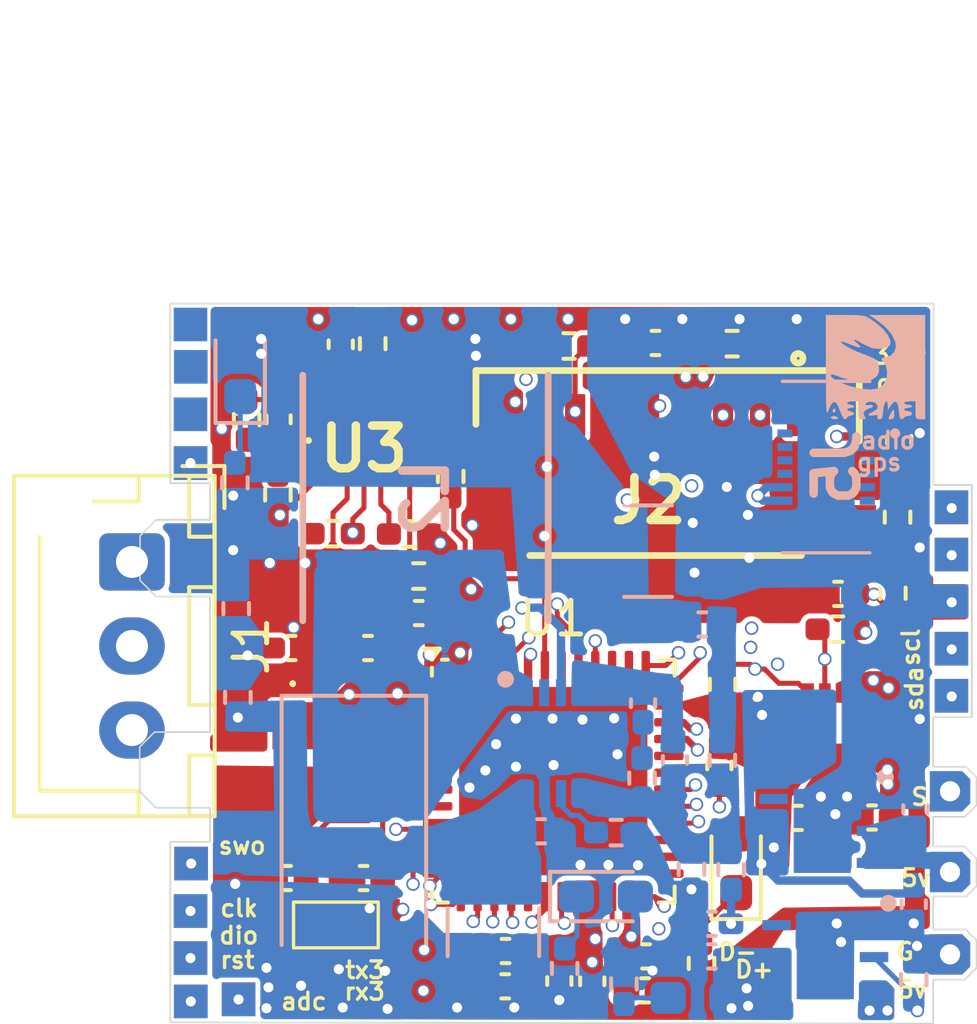
<source format=kicad_pcb>
(kicad_pcb (version 20240108) (generator "pcbnew") (generator_version "8.0")
  (layers (0 "F.Cu" signal) (1 "In1.Cu" signal) (2 "In2.Cu" signal) (3 "In3.Cu" signal) (4 "In4.Cu" signal) (31 "B.Cu" signal) (34 "B.Paste" user) (35 "F.Paste" user) (36 "B.SilkS" user "B.Silkscreen") (37 "F.SilkS" user "F.Silkscreen") (38 "B.Mask" user) (39 "F.Mask" user) (44 "Edge.Cuts" user))
  (net 0 "")
  (net 1 "GND")
  (net 2 "+3.3V")
  (net 3 "NRST")
  (net 4 "USART3_RX")
  (net 5 "Net-(U1-PF1)")
  (net 6 "Net-(U1-PF0)")
  (net 7 "SDDETECT")
  (net 8 "VIN")
  (net 9 "Net-(IC3-COMP)")
  (net 10 "Net-(C26-Pad2)")
  (net 11 "Net-(IC3-FB)")
  (net 12 "+5V")
  (net 13 "Net-(C28-Pad2)")
  (net 14 "ADC1_IN3_VBAT")
  (net 15 "ADC1_IN2_CURR")
  (net 16 "Net-(D2-K)")
  (net 17 "Net-(D3-K)")
  (net 18 "Net-(D3-A)")
  (net 19 "I2C3_SDA_ACCEL")
  (net 23 "I2C3_SCL_ACCEL")
  (net 26 "Net-(IC3-FSW)")
  (net 27 "3.3VEN")
  (net 28 "SPI1_CS_SD")
  (net 29 "SPI1_MISO_SD")
  (net 30 "Net-(J2-G3)")
  (net 33 "SPI1_SCK_SD")
  (net 34 "SPI1_MOSI_SD")
  (net 35 "USART1_RX_GPS")
  (net 36 "USART1_TX_GPS")
  (net 37 "ADC1_IN1")
  (net 38 "LPUART1_RX_RADIO")
  (net 39 "LPUART1_TX_RADIO")
  (net 40 "GPIO_EXTI1")
  (net 41 "SWO")
  (net 42 "SWDIO")
  (net 43 "I2C1_SCL")
  (net 44 "SWCLK{slash}I2C1_SDA")
  (net 45 "TIM3_CHI_PWM4")
  (net 46 "USART3_TX")
  (net 50 "D+")
  (net 57 "D-")
  (net 60 "PWEN")
  (net 62 "I2C1_SDA")
  (net 63 "Net-(D1-K)")
  (net 64 "Net-(D4-K)")
  (net 65 "Net-(D5-K)")
  (net 66 "ADC2_IN17")
  (net 67 "Net-(U3-VDD)")
  (net 68 "Net-(U3-VDDIO)")
  (net 69 "Net-(U3-CSB)")
  (net 70 "BAROEXTI")
  (net 71 "Net-(U3-INT)")
  (net 72 "Net-(U3-SDO)")
  (footprint "Resistor_SMD:R_0402_1005Metric_Pad0.72x0.64mm_HandSolder" (layer "F.Cu") (at 177.3 79.68 180)
    (property "Reference" "R26" (hide yes))
    (property "Value" "2.2k" (hide yes))
  )
  (footprint "" (layer "F.Cu") (at 174.5 93.53)
    (property "Reference" "")
    (property "Value" "")
  )
  (footprint "Resistor_SMD:R_0402_1005Metric_Pad0.72x0.64mm_HandSolder" (layer "F.Cu") (at 184.33 74.1)
    (property "Reference" "R8" (hide yes))
    (property "Value" "47k" (hide yes))
  )
  (footprint "Resistor_SMD:R_0402_1005Metric_Pad0.72x0.64mm_HandSolder" (layer "F.Cu") (at 178.49 74.03 -90)
    (property "Reference" "R14" (hide yes))
    (property "Value" "10R" (hide yes))
  )
  (footprint "KXT3:SW_KXT3" (layer "F.Cu") (at 175.495 92.045)
    (property "Reference" "SW1" (hide yes))
    (property "Value" "RSTBTN" (hide yes))
  )
  (footprint "Capacitor_SMD:C_0402_1005Metric_Pad0.74x0.62mm_HandSolder" (layer "F.Cu") (at 185.02 92.99 90)
    (property "Reference" "C7" (hide yes))
    (property "Value" "10n" (hide yes))
  )
  (footprint "crystalmulticomp:MCSJK7U1200101080B10" (layer "F.Cu") (at 176.96 86.49 -90)
    (property "Reference" "Y1" (hide yes))
    (property "Value" "Crystal_GND24_Small" (hide yes))
  )
  (footprint "Capacitor_SMD:C_0402_1005Metric_Pad0.74x0.62mm_HandSolder" (layer "F.Cu") (at 178.22 89.92)
    (property "Reference" "C2" (hide yes))
    (property "Value" "0.1u" (hide yes))
  )
  (footprint "connecteurcustom:edge pad" (layer "F.Cu") (at 195.05 87.89 -90)
    (property "Reference" "REF**2" (hide yes))
    (property "Value" "edge pad" (hide yes))
  )
  (footprint "Capacitor_SMD:C_0402_1005Metric_Pad0.74x0.62mm_HandSolder" (layer "F.Cu") (at 179.86 82.04)
    (property "Reference" "C6" (hide yes))
    (property "Value" "100n" (hide yes))
  )
  (footprint "Capacitor_SMD:C_0402_1005Metric_Pad0.74x0.62mm_HandSolder" (layer "F.Cu") (at 175.94 89.92 180)
    (property "Reference" "C12" (hide yes))
    (property "Value" "16p" (hide yes))
  )
  (footprint "Resistor_SMD:R_0402_1005Metric_Pad0.72x0.64mm_HandSolder" (layer "F.Cu") (at 179.57 79.69)
    (property "Reference" "R25" (hide yes))
    (property "Value" "10k" (hide yes))
  )
  (footprint "Resistor_SMD:R_0402_1005Metric_Pad0.72x0.64mm_HandSolder" (layer "F.Cu") (at 174.74 76.29 90)
    (property "Reference" "R13" (hide yes))
    (property "Value" "10R" (hide yes))
  )
  (footprint "Capacitor_SMD:C_0402_1005Metric_Pad0.74x0.62mm_HandSolder" (layer "F.Cu") (at 182.43 93.14)
    (property "Reference" "C10" (hide yes))
    (property "Value" "1u" (hide yes))
  )
  (footprint "" (layer "F.Cu") (at 195.7 80.3)
    (property "Reference" "7" (hide yes))
    (property "Value" "")
  )
  (footprint "Capacitor_SMD:C_0402_1005Metric_Pad0.74x0.62mm_HandSolder" (layer "F.Cu") (at 191.137 88.132)
    (property "Reference" "C1" (hide yes))
    (property "Value" "100n" (hide yes))
  )
  (footprint "" (layer "F.Cu") (at 195.7 78.9)
    (property "Reference" "8" (hide yes))
    (property "Value" "")
  )
  (footprint "" (layer "F.Cu") (at 195.7 84.5)
    (property "Reference" "4" (hide yes))
    (property "Value" "")
  )
  (footprint "Capacitor_SMD:C_0402_1005Metric_Pad0.74x0.62mm_HandSolder" (layer "F.Cu") (at 186.9 74.01 180)
    (property "Reference" "C16" (hide yes))
    (property "Value" "100n" (hide yes))
  )
  (footprint "Resistor_SMD:R_0402_1005Metric_Pad0.72x0.64mm_HandSolder" (layer "F.Cu") (at 179.86 80.94 180)
    (property "Reference" "R23" (hide yes))
    (property "Value" "10k" (hide yes))
  )
  (footprint "LED_SMD:LED_0603_1608Metric_Pad1.05x0.95mm_HandSolder" (layer "F.Cu") (at 189.3 89.48 90)
    (property "Reference" "D3" (hide yes))
    (property "Value" "LED" (hide yes))
  )
  (footprint "Capacitor_SMD:C_0402_1005Metric_Pad0.74x0.62mm_HandSolder" (layer "F.Cu") (at 184.04 92.98 90)
    (property "Reference" "C8" (hide yes))
    (property "Value" "1u" (hide yes))
  )
  (footprint "Resistor_SMD:R_0402_1005Metric_Pad0.72x0.64mm_HandSolder" (layer "F.Cu") (at 194.1 79.19 -90)
    (property "Reference" "R5" (hide yes))
    (property "Value" "10k" (hide yes))
  )
  (footprint "TestPoint:TestPoint_Pad_1.0x1.0mm" (layer "F.Cu") (at 180 93.27)
    (property "Reference" "REF**" (hide yes))
    (property "Value" "TestPoint_Pad_1.0x1.0mm" (hide yes))
  )
  (footprint "Resistor_SMD:R_0402_1005Metric_Pad0.72x0.64mm_HandSolder" (layer "F.Cu") (at 192.317 82.522 180)
    (property "Reference" "R9" (hide yes))
    (property "Value" "47k" (hide yes))
  )
  (footprint "" (layer "F.Cu") (at 173.07 77.58)
    (property "Reference" "3" (hide yes))
    (property "Value" "")
  )
  (footprint "Capacitor_SMD:C_0402_1005Metric_Pad0.74x0.62mm_HandSolder" (layer "F.Cu") (at 194.15 76.89 90)
    (property "Reference" "C15" (hide yes))
    (property "Value" "4.7u" (hide yes))
  )
  (footprint "connecteurcustom:edge pad" (layer "F.Cu") (at 195.09 90.29 -90)
    (property "Reference" "REF**1" (hide yes))
    (property "Value" "edge pad" (hide yes))
  )
  (footprint "Capacitor_SMD:C_0402_1005Metric_Pad0.74x0.62mm_HandSolder" (layer "F.Cu") (at 175.69 76.28 -90)
    (property "Reference" "C31" (hide yes))
    (property "Value" "100n" (hide yes))
  )
  (footprint "Capacitor_SMD:C_0402_1005Metric_Pad0.74x0.62mm_HandSolder" (layer "F.Cu") (at 177.54 74.05 90)
    (property "Reference" "C23" (hide yes))
    (property "Value" "100n" (hide yes))
  )
  (footprint "" (layer "F.Cu") (at 173.07 92.3)
    (property "Reference" "2" (hide yes))
    (property "Value" "")
  )
  (footprint "" (layer "F.Cu") (at 195.7 83.1)
    (property "Reference" "5" (hide yes))
    (property "Value" "")
  )
  (footprint "Connector_JST:JST_XH_B3B-XH-AM_1x03_P2.50mm_Vertical" (layer "F.Cu") (at 171.33 80.52 -90)
    (property "Reference" "J1")
    (property "Value" "battery connector" (hide yes))
  )
  (footprint "" (layer "F.Cu") (at 173.07 90.9)
    (property "Reference" "1" (hide yes))
    (property "Value" "")
  )
  (footprint "Capacitor_SMD:C_0402_1005Metric_Pad0.74x0.62mm_HandSolder" (layer "F.Cu") (at 186.59 93.26)
    (property "Reference" "C11" (hide yes))
    (property "Value" "4.7u" (hide yes))
  )
  (footprint "molexmicrosd:47309-2651" (layer "F.Cu") (at 187.26 74.83)
    (property "Reference" "J2")
    (property "Value" "47309-2651" (hide yes))
  )
  (footprint "bmp581:BMP581" (layer "F.Cu") (at 178.23 77.16)
    (property "Reference" "U3")
    (property "Value" "BMP581" (hide yes))
  )
  (footprint "" (layer "F.Cu") (at 195.7 81.7)
    (property "Reference" "6" (hide yes))
    (property "Value" "")
  )
  (footprint "Resistor_SMD:R_0402_1005Metric_Pad0.72x0.64mm_HandSolder" (layer "F.Cu") (at 175.67 78.53 -90)
    (property "Reference" "R27" (hide yes))
    (property "Value" "2.2k" (hide yes))
  )
  (footprint "Resistor_SMD:R_0402_1005Metric_Pad0.72x0.64mm_HandSolder" (layer "F.Cu") (at 180.81 77.98 -90)
    (property "Reference" "R24" (hide yes))
    (property "Value" "0R" (hide yes))
  )
  (footprint "connecteurcustom:edge pad" (layer "F.Cu") (at 195.05 92.74 -90)
    (property "Reference" "REF**" (hide yes))
    (property "Value" "edge pad" (hide yes))
  )
  (footprint "Resistor_SMD:R_0402_1005Metric_Pad0.72x0.64mm_HandSolder" (layer "F.Cu") (at 193.96 81.45 -90)
    (property "Reference" "R6" (hide yes))
    (property "Value" "10k" (hide yes))
  )
  (footprint "Capacitor_SMD:C_0402_1005Metric_Pad0.74x0.62mm_HandSolder" (layer "F.Cu") (at 188.8 86.57 90)
    (property "Reference" "C4" (hide yes))
    (property "Value" "100n" (hide yes))
  )
  (footprint "" (layer "F.Cu") (at 173.09 89.49)
    (property "Reference" "")
    (property "Value" "")
  )
  (footprint "Capacitor_SMD:C_0402_1005Metric_Pad0.74x0.62mm_HandSolder" (layer "F.Cu") (at 193.34 88.12 180)
    (property "Reference" "C17" (hide yes))
    (property "Value" "10u" (hide yes))
  )
  (footprint "Capacitor_SMD:C_0402_1005Metric_Pad0.74x0.62mm_HandSolder" (layer "F.Cu") (at 182.44 92.09)
    (property "Reference" "C9" (hide yes))
    (property "Value" "100n" (hide yes))
  )
  (footprint "Package_DFN_QFN:QFN-48-1EP_7x7mm_P0.5mm_EP5.6x5.6mm" (layer "F.Cu") (at 183.86 87.0375)
    (property "Reference" "U1")
    (property "Value" "STM32G431CBUx" (hide yes))
  )
  (footprint "Capacitor_SMD:C_0402_1005Metric_Pad0.74x0.62mm_HandSolder" (layer "F.Cu") (at 176.08 83.08 180)
    (property "Reference" "C30" (hide yes))
    (property "Value" "100n" (hide yes))
  )
  (footprint "Capacitor_SMD:C_0402_1005Metric_Pad0.74x0.62mm_HandSolder" (layer "F.Cu") (at 178.35 83.08 180)
    (property "Reference" "C13" (hide yes))
    (property "Value" "16p" (hide yes))
  )
  (footprint "" (layer "F.Cu") (at 173.08 93.59)
    (property "Reference" "3" (hide yes))
    (property "Value" "")
  )
  (footprint "Resistor_SMD:R_0402_1005Metric_Pad0.72x0.64mm_HandSolder" (layer "F.Cu") (at 188.27 92.4575 90)
    (property "Reference" "R20" (hide yes))
    (property "Value" "1.1k" (hide yes))
  )
  (footprint "Capacitor_SMD:C_0402_1005Metric_Pad0.74x0.62mm_HandSolder" (layer "F.Cu") (at 186.62 92.25 180)
    (property "Reference" "C5" (hide yes))
    (property "Value" "100n" (hide yes))
  )
  (footprint "Capacitor_SMD:C_0402_1005Metric_Pad0.74x0.62mm_HandSolder" (layer "F.Cu") (at 192.33 81.47 180)
    (property "Reference" "C14" (hide yes))
    (property "Value" "10n" (hide yes))
  )
  (footprint "Resistor_SMD:R_0402_1005Metric_Pad0.72x0.64mm_HandSolder" (layer "F.Cu") (at 188.897 84.162 -90)
    (property "Reference" "R10" (hide yes))
    (property "Value" "47k" (hide yes))
  )
  (footprint "" (layer "F.Cu") (at 180.02 92.06)
    (property "Reference" "")
    (property "Value" "")
  )
  (footprint "WSEN-ISDS:2536030320001" (layer "F.Cu") (at 191.937 85.33)
    (property "Reference" "IC1" (hide yes))
    (property "Value" "2536030320001" (hide yes))
  )
  (footprint "Resistor_SMD:R_0402_1005Metric_Pad0.72x0.64mm_HandSolder" (layer "F.Cu") (at 189.18 74.03)
    (property "Reference" "R7" (hide yes))
    (property "Value" "47k" (hide yes))
  )
  (footprint "Capacitor_SMD:C_0402_1005Metric_Pad0.74x0.62mm_HandSolder" (layer "B.Cu") (at 194.63 87.87 90)
    (property "Reference" "C19" (hide yes))
    (property "Value" "1u" (hide yes))
  )
  (footprint "Capacitor_SMD:C_0402_1005Metric_Pad0.74x0.62mm_HandSolder" (layer "B.Cu") (at 188.5775 92.25 180)
    (property "Reference" "C21" (hide yes))
    (property "Value" "1u" (hide yes))
  )
  (footprint "Resistor_SMD:R_0402_1005Metric_Pad0.72x0.64mm_HandSolder" (layer "B.Cu") (at 186.5 86.95 -90)
    (property "Reference" "R16" (hide yes))
    (property "Value" "3.3k" (hide yes))
  )
  (footprint "Capacitor_SMD:C_0402_1005Metric_Pad0.74x0.62mm_HandSolder" (layer "B.Cu") (at 187.48 86.41 -90)
    (property "Reference" "C27" (hide yes))
    (property "Value" "220p" (hide yes))
  )
  (footprint "" (layer "B.Cu") (at 173.07 90.9 180)
    (property "Reference" "")
    (property "Value" "")
  )
  (footprint "Resistor_SMD:R_0402_1005Metric_Pad0.72x0.64mm_HandSolder" (layer "B.Cu") (at 185.73 88.57)
    (property "Reference" "R15" (hide yes))
    (property "Value" "220k" (hide yes))
  )
  (footprint "inductancewurth:INDPM7373X340N" (layer "B.Cu") (at 180.06 78.62 90)
    (property "Reference" "L2")
    (property "Value" "22u" (hide yes))
  )
  (footprint "Capacitor_SMD:C_1210_3225Metric_Pad1.33x2.70mm_HandSolder" (layer "B.Cu") (at 186.68 80.2)
    (property "Reference" "C29" (hide yes))
    (property "Value" "22u" (hide yes))
  )
  (footprint "" (layer "B.Cu") (at 173.07 76.13 180)
    (property "Reference" "")
    (property "Value" "")
  )
  (footprint "Capacitor_SMD:C_0402_1005Metric_Pad0.74x0.62mm_HandSolder" (layer "B.Cu") (at 188.29 82.38)
    (property "Reference" "C28" (hide yes))
    (property "Value" "3.3n" (hide yes))
  )
  (footprint "" (layer "B.Cu") (at 173.07 77.58 180)
    (property "Reference" "")
    (property "Value" "")
  )
  (footprint "Resistor_SMD:R_0402_1005Metric_Pad0.72x0.64mm_HandSolder" (layer "B.Cu") (at 184.2 92.61 90)
    (property "Reference" "R11" (hide yes))
    (property "Value" "1k" (hide yes))
  )
  (footprint "" (layer "B.Cu") (at 173.08 74.72 180)
    (property "Reference" "")
    (property "Value" "")
  )
  (footprint "" (layer "B.Cu") (at 173.07 73.46 180)
    (property "Reference" "")
    (property "Value" "")
  )
  (footprint "5035481222:5035481222" (layer "B.Cu") (at 191.975 77.7 -90)
    (property "Reference" "J5")
    (property "Value" "503548-1222" (hide yes))
  )
  (footprint "" (layer "B.Cu") (at 195.7 83.1 180)
    (property "Reference" "")
    (property "Value" "")
  )
  (footprint "Capacitor_SMD:C_0402_1005Metric_Pad0.74x0.62mm_HandSolder" (layer "B.Cu") (at 183.5 88.53)
    (property "Reference" "C25" (hide yes))
    (property "Value" "470n" (hide yes))
  )
  (footprint "LDO40PURY:SON95P300X300X90-7N-D" (layer "B.Cu") (at 191.95 92.27 180)
    (property "Reference" "IC5" (hide yes))
    (property "Value" "LDO40LPU33RY" (hide yes))
  )
  (footprint "Resistor_SMD:R_0402_1005Metric_Pad0.72x0.64mm_HandSolder" (layer "B.Cu") (at 174.43 81.91 -90)
    (property "Reference" "R22" (hide yes))
    (property "Value" "10k" (hide yes))
  )
  (footprint "Resistor_SMD:R_0402_1005Metric_Pad0.72x0.64mm_HandSolder" (layer "B.Cu") (at 185.96 93.0675 -90)
    (property "Reference" "R4" (hide yes))
    (property "Value" "1k" (hide yes))
  )
  (footprint "LED_SMD:LED_0603_1608Metric_Pad1.05x0.95mm_HandSolder" (layer "B.Cu") (at 174.55 74.73 90)
    (property "Reference" "D1" (hide yes))
    (property "Value" "LED" (hide yes))
  )
  (footprint "logo:logo ensea" (layer "B.Cu") (at 193.42 74.68 180)
    (property "Reference" "G***" (hide yes))
    (property "Value" "LOGO" (hide yes))
  )
  (footprint "Capacitor_SMD:C_1210_3225Metric_Pad1.33x2.70mm_HandSolder" (layer "B.Cu") (at 182.08 91.53 -90)
    (property "Reference" "C24" (hide yes))
    (property "Value" "10u" (hide yes))
  )
  (footprint "Resistor_SMD:R_0402_1005Metric_Pad0.72x0.64mm_HandSolder" (layer "B.Cu") (at 174.39 78.17 90)
    (property "Reference" "R3" (hide yes))
    (property "Value" "200R" (hide yes))
  )
  (footprint "" (layer "B.Cu") (at 195.7 84.5 180)
    (property "Reference" "")
    (property "Value" "")
  )
  (footprint "" (layer "B.Cu") (at 174.5 93.52 180)
    (property "Reference" "")
    (property "Value" "")
  )
  (footprint "" (layer "B.Cu") (at 195.7 80.3 180)
    (property "Reference" "7" (hide yes))
    (property "Value" "")
  )
  (footprint "" (layer "B.Cu") (at 195.7 78.89 180)
    (property "Reference" "")
    (property "Value" "")
  )
  (footprint "" (layer "B.Cu") (at 195.7 81.69 180)
    (property "Reference" "")
    (property "Value" "")
  )
  (footprint "Capacitor_SMD:C_0402_1005Metric_Pad0.74x0.62mm_HandSolder" (layer "B.Cu") (at 194.58 90.7 -90)
    (property "Reference" "C20" (hide yes))
    (property "Value" "1u" (hide yes))
  )
  (footprint "Resistor_SMD:R_0402_1005Metric_Pad0.72x0.64mm_HandSolder" (layer "B.Cu") (at 187.97 89.66 -90)
    (property "Reference" "R19" (hide yes))
    (property "Value" "1.1k" (hide yes))
  )
  (footprint "Resistor_SMD:R_0402_1005Metric_Pad0.72x0.64mm_HandSolder" (layer "B.Cu") (at 174.48 84.55 -90)
    (property "Reference" "R21" (hide yes))
    (property "Value" "20k" (hide yes))
  )
  (footprint "LDO40PURY:SON95P300X300X90-7N-D" (layer "B.Cu") (at 191.86 88.52 180)
    (property "Reference" "IC2" (hide yes))
    (property "Value" "LDO40LPU33RY" (hide yes))
  )
  (footprint "Capacitor_SMD:C_0402_1005Metric_Pad0.74x0.62mm_HandSolder" (layer "B.Cu") (at 186.53 84.72 -90)
    (property "Reference" "C26" (hide yes))
    (property "Value" "22n" (hide yes))
  )
  (footprint "Capacitor_SMD:C_0402_1005Metric_Pad0.74x0.62mm_HandSolder" (layer "B.Cu") (at 188.58 91.28 180)
    (property "Reference" "C18" (hide yes))
    (property "Value" "1u" (hide yes))
  )
  (footprint "" (layer "B.Cu") (at 173.09 89.49 180)
    (property "Reference" "")
    (property "Value" "")
  )
  (footprint "LED_SMD:LED_0603_1608Metric_Pad1.05x0.95mm_HandSolder" (layer "B.Cu") (at 185.425 90.47)
    (property "Reference" "D5" (hide yes))
    (property "Value" "LED" (hide yes))
  )
  (footprint "Resistor_SMD:R_0402_1005Metric_Pad0.72x0.64mm_HandSolder" (layer "B.Cu") (at 188.89 86.42 -90)
    (property "Reference" "R17" (hide yes))
    (property "Value" "200R" (hide yes))
  )
  (footprint "Diode_SMD:D_SMB_Handsoldering" (layer "B.Cu") (at 177.93 89.21 -90)
    (property "Reference" "D2" (hide yes))
    (property "Value" "STPS3L40" (hide yes))
  )
  (footprint "Resistor_SMD:R_0402_1005Metric_Pad0.72x0.64mm_HandSolder" (layer "B.Cu") (at 194.58 92.94 90)
    (property "Reference" "R1" (hide yes))
    (property "Value" "100k" (hide yes))
  )
  (footprint "LED_SMD:LED_0603_1608Metric_Pad1.05x0.95mm_HandSolder" (layer "B.Cu") (at 188.15 93.48)
    (property "Reference" "D4" (hide yes))
    (property "Value" "LED" (hide yes))
  )
  (footprint "Resistor_SMD:R_0402_1005Metric_Pad0.72x0.64mm_HandSolder" (layer "B.Cu") (at 189.15 89.67 90)
    (property "Reference" "R18" (hide yes))
    (property "Value" "8.2k" (hide yes))
  )
  (footprint "" (layer "B.Cu") (at 173.07 92.3 180)
    (property "Reference" "")
    (property "Value" "")
  )
  (footprint "L7981:SON50P300X300X100-9N-D" (layer "B.Cu") (at 183.84 85.91 -90)
    (property "Reference" "IC3" (hide yes))
    (property "Value" "L7981TR" (hide yes))
  )
  (footprint "" (layer "B.Cu") (at 173.08 93.59 180)
    (property "Reference" "3" (hide yes))
    (property "Value" "")
  )
  (gr_poly (pts (xy 195.17 72.84) (xy 172.47 72.84) (xy 172.47 78.18) (xy 173.65 78.18) (xy 173.65 79.18) (xy 173.65 79.27) (xy 172.05 79.27) (xy 171.57 79.75) (xy 171.57 81.07) (xy 172.05 81.55) (xy 173.65 81.55) (xy 173.65 81.69) (xy 173.65 85.45) (xy 173.65 85.58) (xy 172 85.58) (xy 171.56 86.02) (xy 171.56 87.34) (xy 172.05 87.83) (xy 173.65 87.83) (xy 173.65 88.73) (xy 173.65 88.84) (xy 172.47 88.84) (xy 172.47 94.210193) (xy 195.16 94.25) (xy 195.16 92.94) (xy 196.1 92.94) (xy 196.45 92.59) (xy 196.45 91.77) (xy 196.13 91.45) (xy 195.16 91.45) (xy 195.16 90.47) (xy 195.28 90.47) (xy 196.14 90.47) (xy 196.45 90.16) (xy 196.45 89.34) (xy 196.09 88.98) (xy 195.16 88.98) (xy 195.16 88.1) (xy 196.1 88.1) (xy 196.45 87.75) (xy 196.45 86.93) (xy 196.13 86.61) (xy 195.28 86.61) (xy 195.16 86.61) (xy 195.16 85.14) (xy 196.31 85.14) (xy 196.31 78.35) (xy 196.31 78.23) (xy 195.17 78.23) (xy 195.17 73.03)) (stroke (width 0.05)) (fill none) (layer "Edge.Cuts"))
  (gr_text "radio" (at 192.65 77.2 0) (layer "B.SilkS") (effects (font (size 0.5 0.5) (thickness 0.1) (bold yes)) (justify left bottom)))
  (gr_text "gps" (at 192.83 77.85 0) (layer "B.SilkS") (effects (font (size 0.5 0.5) (thickness 0.1) (bold yes)) (justify left bottom)))
  (gr_text "gnd" (at 193.41 75.5 0) (layer "F.SilkS") (effects (font (size 0.5 0.5) (thickness 0.1)) (justify left bottom)))
  (gr_text "3.3v" (at 193.32 74.68 0) (layer "F.SilkS") (effects (font (size 0.5 0.5) (thickness 0.1)) (justify left bottom)))
  (gr_text "G" (at 194.01 92.4 0) (layer "F.SilkS") (effects (font (size 0.5 0.5) (thickness 0.1)) (justify left bottom)))
  (gr_text "tx3" (at 177.61 92.95 0) (layer "F.SilkS") (effects (font (size 0.5 0.5) (thickness 0.1)) (justify left bottom)))
  (gr_text "scl" (at 194.79 83.67 90) (layer "F.SilkS") (effects (font (size 0.5 0.5) (thickness 0.1)) (justify left bottom)))
  (gr_text "5v" (at 193.9 73.88 0) (layer "F.SilkS") (effects (font (size 0.5 0.5) (thickness 0.1)) (justify left bottom)))
  (gr_text "dio" (at 173.87 91.92 0) (layer "F.SilkS") (effects (font (size 0.5 0.5) (thickness 0.1)) (justify left bottom)))
  (gr_text "S" (at 194.45 87.8 0) (layer "F.SilkS") (effects (font (size 0.5 0.5) (thickness 0.1)) (justify left bottom)))
  (gr_text "clk" (at 173.9 91.11 0) (layer "F.SilkS") (effects (font (size 0.5 0.5) (thickness 0.1)) (justify left bottom)))
  (gr_text "rst" (at 173.9 92.65 0) (layer "F.SilkS") (effects (font (size 0.5 0.5) (thickness 0.1)) (justify left bottom)))
  (gr_text "5v" (at 194.04 93.53 0) (layer "F.SilkS") (effects (font (size 0.5 0.5) (thickness 0.1) (bold yes)) (justify left bottom)))
  (gr_text "sda" (at 194.89 85.01 90) (layer "F.SilkS") (effects (font (size 0.5 0.5) (thickness 0.1)) (justify left bottom)))
  (gr_text "D+" (at 189.21 92.93 -0) (layer "F.SilkS") (effects (font (size 0.5 0.5) (thickness 0.1)) (justify left bottom)))
  (gr_text "rx3" (at 177.59 93.59 0) (layer "F.SilkS") (effects (font (size 0.5 0.5) (thickness 0.1)) (justify left bottom)))
  (gr_text "adc" (at 175.71 93.88 0) (layer "F.SilkS") (effects (font (size 0.5 0.5) (thickness 0.1)) (justify left bottom)))
  (gr_text "swo" (at 173.85 89.25 0) (layer "F.SilkS") (effects (font (size 0.5 0.5) (thickness 0.1)) (justify left bottom)))
  (gr_text "D-" (at 188.72 92.41 -0) (layer "F.SilkS") (effects (font (size 0.5 0.5) (thickness 0.1)) (justify left bottom)))
  (gr_text "5v" (at 194.15 90.21 0) (layer "F.SilkS") (effects (font (size 0.5 0.5) (thickness 0.1)) (justify left bottom)))
  (segment (start 177.15 80.55) (end 177.31 80.39) (width 0.15) (layer "F.Cu") (net 1))
  (segment (start 177.31 80.39) (end 177.31 79.06) (width 0.15) (layer "F.Cu") (net 1))
  (segment (start 177.73 78.64) (end 177.73 77.935) (width 0.15) (layer "F.Cu") (net 1))
  (segment (start 188.8 87.1375) (end 188.8 87.8) (width 0.15) (layer "F.Cu") (net 1))
  (segment (start 179.13 75.45) (end 179.31 75.27) (width 0.15) (layer "F.Cu") (net 1))
  (segment (start 176.48 80.55) (end 177.15 80.55) (width 0.15) (layer "F.Cu") (net 1))
  (segment (start 178.23 76.385) (end 178.23 76.35) (width 0.15) (layer "F.Cu") (net 1))
  (segment (start 179.31 75.27) (end 179.31 74.76) (width 0.15) (layer "F.Cu") (net 1))
  (segment (start 179.31 74.76) (end 179.31 74.84) (width 0.15) (layer "F.Cu") (net 1))
  (segment (start 178.73 76.385) (end 178.73 75.85) (width 0.15) (layer "F.Cu") (net 1))
  (segment (start 178.73 75.85) (end 179.13 75.45) (width 0.15) (layer "F.Cu") (net 1))
  (segment (start 178.23 76.35) (end 179.13 75.45) (width 0.15) (layer "F.Cu") (net 1))
  (segment (start 177.31 79.06) (end 177.73 78.64) (width 0.15) (layer "F.Cu") (net 1))
  (via (at 176.36 93.12) (size 0.4) (drill 0.3) (layers "F.Cu" "B.Cu") (net 1))
  (via (at 175.43 80.55) (size 0.4) (drill 0.3) (layers "F.Cu" "B.Cu") (net 1))
  (via (at 184.73 85.21) (size 0.4) (drill 0.3) (layers "F.Cu" "B.Cu") (net 1))
  (via (at 176.14 82.47) (size 0.4) (drill 0.3) (layers "F.Cu" "B.Cu") (net 1))
  (via (at 194.76 76.69) (size 0.4) (drill 0.3) (layers "F.Cu" "B.Cu") (net 1))
  (via (at 195.71 81.72) (size 0.4) (drill 0.3) (layers "F.Cu" "B.Cu") (net 1))
  (via (at 192.25 88.02) (size 0.4) (drill 0.3) (layers "F.Cu" "B.Cu") (net 1))
  (via (at 182.16 85.94) (size 0.4) (drill 0.3) (layers "F.Cu" "B.Cu") (net 1))
  (via (at 188.06 80.84) (size 0.4) (drill 0.3) (layers "F.Cu" "B.Cu") (net 1))
  (via (at 191.1 73.3) (size 0.4) (drill 0.3) (layers "F.Cu" "B.Cu") (net 1))
  (via (at 174 76.56) (size 0.4) (drill 0.3) (layers "F.Cu" "B.Cu") (net 1))
  (via (at 186.86 77.39) (size 0.4) (drill 0.3) (layers "F.Cu" "B.Cu") (net 1))
  (via (at 182.6 73.3) (size 0.4) (drill 0.3) (layers "F.Cu" "B.Cu") (net 1))
  (via (at 189.65 79.12) (size 0.4) (drill 0.3) (layers "F.Cu" "B.Cu") (net 1))
  (via (at 175.39 93.17) (size 0.4) (drill 0.3) (layers "F.Cu" "B.Cu") (net 1))
  (via (at 194.68 91.94) (size 0.4) (drill 0.3) (layers "F.Cu" "B.Cu") (net 1))
  (via (at 180.9 73.3) (size 0.4) (drill 0.3) (layers "F.Cu" "B.Cu") (net 1))
  (via (at 185.5 89.53) (size 0.4) (drill 0.3) (layers "F.Cu" "B.Cu") (net 1))
  (via (at 178.4 90.82) (size 0.4) (drill 0.3) (layers "F.Cu" "B.Cu") (net 1))
  (via (at 186.88 77.93) (size 0.4) (drill 0.3) (layers "F.Cu" "B.Cu") (net 1))
  (via (at 186.81 92.67) (size 0.4) (drill 0.3) (layers "F.Cu" "B.Cu") (net 1))
  (via (at 182.75 85.18) (size 0.4) (drill 0.3) (layers "F.Cu" "B.Cu") (net 1))
  (via (at 194.76 85.19) (size 0.4) (drill 0.3) (layers "F.Cu" "B.Cu") (net 1))
  (via (at 186.38 89.54) (size 0.4) (drill 0.3) (layers "F.Cu" "B.Cu") (net 1))
  (via (at 183.87 86.56) (size 0.4) (drill 0.3) (layers "F.Cu" "B.Cu") (net 1))
  (via (at 185.77 86.24) (size 0.4) (drill 0.3) (layers "F.Cu" "B.Cu") (net 1))
  (via (at 176.48 80.55) (size 0.4) (drill 0.3) (layers "F.Cu" "B.Cu") (net 1))
  (via (at 175.33 93.79) (size 0.4) (drill 0.3) (layers "F.Cu" "B.Cu") (net 1))
  (via (at 182.73 75.76) (size 0.4) (drill 0.3) (layers "F.Cu" "B.Cu") (net 1))
  (via (at 179.23 84.43) (size 0.4) (drill 0.3) (layers "F.Cu" "B.Cu") (net 1))
  (via (at 191.82 87.5) (size 0.4) (drill 0.3) (layers "F.Cu" "B.Cu") (net 1))
  (via (at 192.29 91.27) (size 0.4) (drill 0.3) (layers "F.Cu" "B.Cu") (net 1))
  (via (at 176.87 73.3) (size 0.4) (drill 0.3) (layers "F.Cu" "B.Cu") (net 1))
  (via (at 188.8 87.8) (size 0.4) (drill 0.3) (layers "F.Cu" "B.Cu") (net 1))
  (via (at 174.34 78.55) (size 0.4) (drill 0.3) (layers "F.Cu" "B.Cu") (net 1))
  (via (at 183.84 85.18) (size 0.4) (drill 0.3) (layers "F.Cu" "B.Cu") (net 1))
  (via (at 175.33 92.59) (size 0.4) (drill 0.3) (layers "F.Cu" "B.Cu") (net 1))
  (via (at 183.67 77.69) (size 0.4) (drill 0.3) (layers "F.Cu" "B.Cu") (net 1))
  (via (at 187.97 90.2575) (size 0.4) (drill 0.3) (layers "F.Cu" "B.Cu") (net 1))
  (via (at 178.86 92.68) (size 0.4) (drill 0.3) (layers "F.Cu" "B.Cu") (net 1))
  (via (at 187.7 73.3) (size 0.4) (drill 0.3) (layers "F.Cu" "B.Cu") (net 1))
  (via (at 184.67 89.53) (size 0.4) (drill 0.3) (layers "F.Cu" "B.Cu") (net 1))
  (via (at 184.04 93.5475) (size 0.4) (drill 0.3) (layers "F.Cu" "B.Cu") (net 1))
  (via (at 182.7 93.77) (size 0.4) (drill 0.3) (layers "F.Cu" "B.Cu") (net 1))
  (via (at 194.58 91.2675) (size 0.4) (drill 0.3) (layers "F.Cu" "B.Cu") (net 1))
  (via (at 189.4 73.3) (size 0.4) (drill 0.3) (layers "F.Cu" "B.Cu") (net 1))
  (via (at 174.34 80.17) (size 0.4) (drill 0.3) (layers "F.Cu" "B.Cu") (net 1))
  (via (at 178.93 93.81) (size 0.4) (drill 0.3) (layers "F.Cu" "B.Cu") (net 1))
  (via (at 189.69 80.4) (size 0.4) (drill 0.3) (layers "F.Cu" "B.Cu") (net 1))
  (via (at 182.75 86.61) (size 0.4) (drill 0.3) (layers "F.Cu" "B.Cu") (net 1))
  (via (at 179.66 73.33) (size 0.4) (drill 0.3) (layers "F.Cu" "B.Cu") (net 1))
  (via (at 181.37 87.23) (size 0.4) (drill 0.3) (layers "F.Cu" "B.Cu") (net 1))
  (via (at 177.79 84.46) (size 0.4) (drill 0.3) (layers "F.Cu" "B.Cu") (net 1))
  (via (at 181.45 79.43) (size 0.4) (drill 0.3) (layers "F.Cu" "B.Cu") (net 1))
  (via (at 192.42 91.82) (size 0.4) (drill 0.3) (layers "F.Cu" "B.Cu") (net 1))
  (via (at 189.02 78.29) (size 0.4) (drill 0.3) (layers "F.Cu" "B.Cu") (net 1))
  (via (at 174.4 90.095) (size 0.4) (drill 0.3) (layers "F.Cu" "B.Cu") (net 1))
  (via (at 183.6 79.75) (size 0.4) (drill 0.3) (layers "F.Cu" "B.Cu") (net 1))
  (via (at 185.67 85.17) (size 0.4) (drill 0.3) (layers "F.Cu" "B.Cu") (net 1))
  (via (at 181.84 86.72) (size 0.4) (drill 0.3) (layers "F.Cu" "B.Cu") (net 1))
  (via (at 194.76 80.09) (size 0.4) (drill 0.3) (layers "F.Cu" "B.Cu") (net 1))
  (via (at 181 93.77) (size 0.4) (drill 0.3) (layers "F.Cu" "B.Cu") (net 1))
  (via (at 177.48 92.63) (size 0.4) (drill 0.3) (layers "F.Cu" "B.Cu") (net 1))
  (via (at 184.3 73.3) (size 0.4) (drill 0.3) (layers "F.Cu" "B.Cu") (net 1))
  (via (at 177.6 93.77) (size 0.4) (drill 0.3) (layers "F.Cu" "B.Cu") (net 1))
  (via (at 186 73.3) (size 0.4) (drill 0.3) (layers "F.Cu" "B.Cu") (net 1))
  (via (at 188.01 79.36) (size 0.4) (drill 0.3) (layers "F.Cu" "B.Cu") (net 1))
  (via (at 192.6 87.5) (size 0.4) (drill 0.3) (layers "F.Cu" "B.Cu") (net 1))
  (segment (start 193.4 91.32) (end 193.5575 91.32) (width 0.15) (layer "B.Cu") (net 1))
  (segment (start 190.774 85.08) (end 190.774 85.58) (width 0.25) (layer "F.Cu") (net 2))
  (segment (start 188.8 84.8565) (end 188.897 84.7595) (width 0.25) (layer "F.Cu") (net 2))
  (segment (start 194.1 77.5075) (end 194.15 77.4575) (width 0.25) (layer "F.Cu") (net 2))
  (segment (start 192.29 76.79) (end 193.4825 76.79) (width 0.25) (layer "F.Cu") (net 2))
  (segment (start 194.1 78.5925) (end 194.1 77.5075) (width 0.25) (layer "F.Cu") (net 2))
  (segment (start 183.05 74.7825) (end 183.7325 74.1) (width 0.25) (layer "F.Cu") (net 2))
  (segment (start 182.9975 92.1) (end 183.0075 92.09) (width 0.15) (layer "F.Cu") (net 2))
  (segment (start 193.4825 76.79) (end 194.15 77.4575) (width 0.25) (layer "F.Cu") (net 2))
  (segment (start 188.869 84.7875) (end 188.897 84.7595) (width 0.25) (layer "F.Cu") (net 2))
  (segment (start 183.05 75.09) (end 183.05 74.7825) (width 0.25) (layer "F.Cu") (net 2))
  (via (at 193.38 84.04) (size 0.4) (drill 0.3) (layers "F.Cu" "B.Cu") (net 2))
  (via (at 190.05 89.495521) (size 0.4) (drill 0.3) (layers "F.Cu" "B.Cu") (net 2))
  (via (at 180.5 79.96) (size 0.4) (drill 0.3) (layers "F.Cu" "B.Cu") (net 2))
  (via (at 193.8 86.7) (size 0.4) (drill 0.3) (layers "F.Cu" "B.Cu") (net 2))
  (via (at 189.95 84.53) (size 0.4) (drill 0.3) (layers "F.Cu" "B.Cu") (net 2))
  (via (at 187.8 75.02) (size 0.4) (drill 0.3) (layers "F.Cu" "B.Cu") (net 2))
  (via (at 190.420521 89.010521) (size 0.4) (drill 0.3) (layers "F.Cu" "B.Cu") (net 2))
  (via (at 190.07 85.07) (size 0.4) (drill 0.3) (layers "F.Cu" "B.Cu") (net 2))
  (via (at 193.83 84.27) (size 0.4) (drill 0.3) (layers "F.Cu" "B.Cu") (net 2))
  (via (at 195.71 80.32) (size 0.4) (drill 0.3) (layers "F.Cu" "B.Cu") (net 2))
  (via (at 186.18 91.66) (size 0.4) (drill 0.3) (layers "F.Cu" "B.Cu") (net 2))
  (via (at 188.32 75.01) (size 0.4) (drill 0.3) (layers "F.Cu" "B.Cu") (net 2))
  (via (at 185.11 91.73) (size 0.4) (drill 0.3) (layers "F.Cu" "B.Cu") (net 2))
  (via (at 181.09 83.22) (size 0.4) (drill 0.3) (layers "F.Cu" "B.Cu") (net 2))
  (via (at 192.29 76.79) (size 0.4) (drill 0.3) (layers "F.Cu" "B.Cu") (net 2))
  (via (at 181.42 81.33) (size 0.4) (drill 0.3) (layers "F.Cu" "B.Cu") (net 2))
  (via (at 183.05 75.09) (size 0.4) (drill 0.3) (layers "F.Cu" "B.Cu") (net 2))
  (via (at 193.816587 87.131306) (size 0.4) (drill 0.3) (layers "F.Cu" "B.Cu") (net 2))
  (via (at 187 91.43) (size 0.4) (drill 0.3) (layers "F.Cu" "B.Cu") (net 2))
  (via (at 193.15 82.61) (size 0.4) (drill 0.3) (layers "F.Cu" "B.Cu") (net 2))
  (via (at 185.02 92.4225) (size 0.4) (drill 0.3) (layers "F.Cu" "B.Cu") (net 2))
  (via (at 180.175 83.285684) (size 0.4) (drill 0.3) (layers "F.Cu" "B.Cu") (net 2))
  (segment (start 193.043959 90.38) (end 194.3325 90.38) (width 0.25) (layer "B.Cu") (net 2))
  (segment (start 192.658959 89.995) (end 193.043959 90.38) (width 0.25) (layer "B.Cu") (net 2))
  (segment (start 186.3 91.54) (end 186.18 91.66) (width 0.25) (layer "B.Cu") (net 2))
  (segment (start 190.05 89.495521) (end 190.549479 89.995) (width 0.25) (layer "B.Cu") (net 2))
  (segment (start 186.3 90.47) (end 186.3 91.54) (width 0.25) (layer "B.Cu") (net 2))
  (segment (start 194.3325 90.38) (end 194.58 90.1325) (width 0.25) (layer "B.Cu") (net 2))
  (segment (start 190.549479 89.995) (end 192.658959 89.995) (width 0.25) (layer "B.Cu") (net 2))
  (segment (start 179.38 90.935) (end 179.02 91.295) (width 0.15) (layer "F.Cu") (net 3))
  (segment (start 180.42 87.29) (end 180.4225 87.2875) (width 0.15) (layer "F.Cu") (net 3))
  (segment (start 179.02 90.1525) (end 178.7875 89.92) (width 0.15) (layer "F.Cu") (net 3))
  (segment (start 178.7875 89.92) (end 178.7875 87.9625) (width 0.15) (layer "F.Cu") (net 3))
  (segment (start 178.7875 87.9625) (end 179.46 87.29) (width 0.15) (layer "F.Cu") (net 3))
  (segment (start 179.38 90.85066) (end 179.38 90.935) (width 0.15) (layer "F.Cu") (net 3))
  (segment (start 179.02 91.295) (end 179.02 90.1525) (width 0.15) (layer "F.Cu") (net 3))
  (segment (start 179.46 87.29) (end 180.42 87.29) (width 0.15) (layer "F.Cu") (net 3))
  (via (at 173.08 93.59) (size 0.4) (drill 0.3) (layers "F.Cu" "B.Cu") (net 3))
  (via (at 179.38 90.85066) (size 0.4) (drill 0.3) (layers "F.Cu" "B.Cu") (net 3))
  (segment (start 182.11 82.733901) (end 182.11 83.6) (width 0.15) (layer "F.Cu") (net 4))
  (segment (start 182.528901 82.315) (end 182.11 82.733901) (width 0.15) (layer "F.Cu") (net 4))
  (via (at 180 93.27) (size 0.4) (drill 0.3) (layers "F.Cu" "B.Cu") (net 4))
  (via (at 182.528901 82.315) (size 0.4) (drill 0.3) (layers "F.Cu" "B.Cu") (net 4))
  (segment (start 176.5075 88.8925) (end 177.81 87.59) (width 0.15) (layer "F.Cu") (net 5))
  (segment (start 176.5075 89.92) (end 176.5075 88.8925) (width 0.15) (layer "F.Cu") (net 5))
  (segment (start 180.4225 86.7875) (end 178.6125 86.7875) (width 0.15) (layer "F.Cu") (net 5))
  (segment (start 178.6125 86.7875) (end 177.81 87.59) (width 0.15) (layer "F.Cu") (net 5))
  (segment (start 177.7825 83.7175) (end 176.11 85.39) (width 0.15) (layer "F.Cu") (net 6))
  (segment (start 176.11 85.39) (end 177.0075 86.2875) (width 0.15) (layer "F.Cu") (net 6))
  (segment (start 177.7825 83.08) (end 177.7825 83.7175) (width 0.15) (layer "F.Cu") (net 6))
  (segment (start 177.0075 86.2875) (end 180.4225 86.2875) (width 0.15) (layer "F.Cu") (net 6))
  (segment (start 184.19 91.26) (end 184.11 91.18) (width 0.15) (layer "F.Cu") (net 7))
  (segment (start 193.39625 81.48375) (end 193.96 82.0475) (width 0.15) (layer "F.Cu") (net 7))
  (segment (start 184.11 91.18) (end 184.11 90.475) (width 0.15) (layer "F.Cu") (net 7))
  (segment (start 192.8975 81.47) (end 193.3825 81.47) (width 0.15) (layer "F.Cu") (net 7))
  (segment (start 193.3825 81.47) (end 193.39625 81.48375) (width 0.15) (layer "F.Cu") (net 7))
  (via (at 193.39625 81.48375) (size 0.4) (drill 0.3) (layers "F.Cu" "B.Cu") (net 7))
  (via (at 184.19 91.26) (size 0.4) (drill 0.3) (layers "F.Cu" "B.Cu") (net 7))
  (via (at 182.93 81.89) (size 0.4) (drill 0.3) (layers "F.Cu" "B.Cu") (net 8))
  (via (at 174.48 85.1475) (size 0.4) (drill 0.3) (layers "F.Cu" "B.Cu") (net 8))
  (segment (start 182.94 81.88) (end 183.486041 81.88) (width 0.25) (layer "B.Cu") (net 8))
  (segment (start 183.486041 81.88) (end 184.09 82.483959) (width 0.25) (layer "B.Cu") (net 8))
  (segment (start 184.09 82.483959) (end 184.09 84.41) (width 0.25) (layer "B.Cu") (net 8))
  (segment (start 182.93 81.89) (end 182.94 81.88) (width 0.25) (layer "B.Cu") (net 8))
  (segment (start 186.53 86.3225) (end 186.5 86.3525) (width 0.15) (layer "B.Cu") (net 10))
  (segment (start 186.53 85.2875) (end 186.53 86.3225) (width 0.15) (layer "B.Cu") (net 10))
  (via (at 189.1475 91.28) (size 0.4) (drill 0.3) (layers "F.Cu" "B.Cu") (net 12))
  (via (at 193.8 93.86) (size 0.4) (drill 0.3) (layers "F.Cu" "B.Cu") (net 12))
  (via (at 193.27 93.86) (size 0.4) (drill 0.3) (layers "F.Cu" "B.Cu") (net 12))
  (via (at 181.56 74.39) (size 0.4) (drill 0.3) (layers "F.Cu" "B.Cu") (net 12))
  (via (at 181.541494 73.89034) (size 0.4) (drill 0.3) (layers "F.Cu" "B.Cu") (net 12))
  (via (at 175.17 73.89) (size 0.4) (drill 0.3) (layers "F.Cu" "B.Cu") (net 12))
  (via (at 175.17 74.33) (size 0.4) (drill 0.3) (layers "F.Cu" "B.Cu") (net 12))
  (via (at 195.71 78.92) (size 0.4) (drill 0.3) (layers "F.Cu" "B.Cu") (net 12))
  (segment (start 189.1475 91.28) (end 189.15 91.2775) (width 0.25) (layer "B.Cu") (net 12))
  (segment (start 189.15 91.2775) (end 189.15 90.2675) (width 0.25) (layer "B.Cu") (net 12))
  (segment (start 179.985001 88.7875) (end 180.4225 88.7875) (width 0.15) (layer "F.Cu") (net 14))
  (segment (start 174.77 83.3) (end 175.2925 83.3) (width 0.15) (layer "F.Cu") (net 14))
  (segment (start 175.2925 83.3) (end 175.5125 83.08) (width 0.15) (layer "F.Cu") (net 14))
  (segment (start 179.704278 88.5375) (end 179.735001 88.5375) (width 0.15) (layer "F.Cu") (net 14))
  (segment (start 179.18 88.47) (end 179.636778 88.47) (width 0.15) (layer "F.Cu") (net 14))
  (segment (start 179.735001 88.5375) (end 179.985001 88.7875) (width 0.15) (layer "F.Cu") (net 14))
  (segment (start 179.636778 88.47) (end 179.704278 88.5375) (width 0.15) (layer "F.Cu") (net 14))
  (via (at 174.77 83.3) (size 0.4) (drill 0.3) (layers "F.Cu" "B.Cu") (net 14))
  (via (at 179.18 88.47) (size 0.4) (drill 0.3) (layers "F.Cu" "B.Cu") (net 14))
  (segment (start 189.3 90.355) (end 188.27 91.385) (width 0.15) (layer "F.Cu") (net 17))
  (segment (start 188.27 91.385) (end 188.27 91.86) (width 0.15) (layer "F.Cu") (net 17))
  (segment (start 187.2975 88.7875) (end 189.1175 88.7875) (width 0.15) (layer "F.Cu") (net 18))
  (segment (start 189.1175 88.7875) (end 189.3 88.605) (width 0.15) (layer "F.Cu") (net 18))
  (segment (start 188.897 83.5645) (end 189.7195 83.5645) (width 0.15) (layer "F.Cu") (net 19))
  (segment (start 191.149 84.13) (end 191.437 84.418) (width 0.15) (layer "F.Cu") (net 19))
  (segment (start 189.86 83.705) (end 190.145 83.705) (width 0.15) (layer "F.Cu") (net 19))
  (segment (start 185.11 82.87) (end 185.11 83.6) (width 0.15) (layer "F.Cu") (net 19))
  (segment (start 190.145 83.705) (end 190.57 84.13) (width 0.15) (layer "F.Cu") (net 19))
  (segment (start 190.57 84.13) (end 191.149 84.13) (width 0.15) (layer "F.Cu") (net 19))
  (segment (start 189.7195 83.5645) (end 189.86 83.705) (width 0.15) (layer "F.Cu") (net 19))
  (via (at 185.11 82.87) (size 0.4) (drill 0.3) (layers "F.Cu" "B.Cu") (net 19))
  (via (at 195.71 83.12) (size 0.4) (drill 0.3) (layers "F.Cu" "B.Cu") (net 19))
  (via (at 189.86 83.705) (size 0.4) (drill 0.3) (layers "F.Cu" "B.Cu") (net 19))
  (segment (start 191.937 83.41) (end 191.937 84.418) (width 0.15) (layer "F.Cu") (net 23))
  (segment (start 191.7195 82.522) (end 191.937 82.7395) (width 0.15) (layer "F.Cu") (net 23))
  (segment (start 187.9525 87.2875) (end 188.09 87.15) (width 0.15) (layer "F.Cu") (net 23))
  (segment (start 187.2975 87.2875) (end 187.9525 87.2875) (width 0.15) (layer "F.Cu") (net 23))
  (segment (start 191.937 82.7395) (end 191.937 83.41) (width 0.15) (layer "F.Cu") (net 23))
  (via (at 188.09 87.15) (size 0.4) (drill 0.3) (layers "F.Cu" "B.Cu") (net 23))
  (via (at 191.937 83.41) (size 0.4) (drill 0.3) (layers "F.Cu" "B.Cu") (net 23))
  (via (at 195.71 84.52) (size 0.4) (drill 0.3) (layers "F.Cu" "B.Cu") (net 23))
  (segment (start 184.6225 88.06) (end 185.1325 88.57) (width 0.15) (layer "B.Cu") (net 26))
  (segment (start 184.39 88.06) (end 184.6225 88.06) (width 0.15) (layer "B.Cu") (net 26))
  (segment (start 184.09 87.76) (end 184.39 88.06) (width 0.15) (layer "B.Cu") (net 26))
  (segment (start 184.09 87.41) (end 184.09 87.76) (width 0.15) (layer "B.Cu") (net 26))
  (via (at 189.655249 93.721215) (size 0.4) (drill 0.3) (layers "F.Cu" "B.Cu") (net 27))
  (via (at 189.16 93.79) (size 0.4) (drill 0.3) (layers "F.Cu" "B.Cu") (net 27))
  (via (at 189.95 78.55) (size 0.4) (drill 0.3) (layers "F.Cu" "B.Cu") (net 27))
  (via (at 190.530166 83.559834) (size 0.4) (drill 0.3) (layers "F.Cu" "B.Cu") (net 27))
  (via (at 189.61 93.2) (size 0.4) (drill 0.3) (layers "F.Cu" "B.Cu") (net 27))
  (segment (start 190.75 78.7) (end 190.1 78.7) (width 0.25) (layer "B.Cu") (net 27))
  (segment (start 190.2 78.3) (end 189.95 78.55) (width 0.25) (layer "B.Cu") (net 27))
  (segment (start 190.1 78.7) (end 189.95 78.55) (width 0.25) (layer "B.Cu") (net 27))
  (segment (start 190.75 78.3) (end 190.2 78.3) (width 0.25) (layer "B.Cu") (net 27))
  (segment (start 182.61 91.2) (end 182.65 91.24) (width 0.15) (layer "F.Cu") (net 28))
  (segment (start 182.61 90.475) (end 182.61 91.2) (width 0.15) (layer "F.Cu") (net 28))
  (via (at 182.65 91.24) (size 0.4) (drill 0.3) (layers "F.Cu" "B.Cu") (net 28))
  (via (at 190.01 76.155) (size 0.4) (drill 0.3) (layers "F.Cu" "B.Cu") (net 28))
  (segment (start 184.9275 74.1) (end 184.8875 74.1) (width 0.15) (layer "F.Cu") (net 29))
  (segment (start 181.61 90.475) (end 181.61 91.08) (width 0.15) (layer "F.Cu") (net 29))
  (segment (start 184.51 74.4775) (end 184.51 76.05) (width 0.15) (layer "F.Cu") (net 29))
  (segment (start 181.61 91.08) (end 181.48 91.21) (width 0.15) (layer "F.Cu") (net 29))
  (segment (start 184.51 76.05) (end 184.51 76.155) (width 0.15) (layer "F.Cu") (net 29))
  (segment (start 184.8875 74.1) (end 184.51 74.4775) (width 0.15) (layer "F.Cu") (net 29))
  (via (at 181.48 91.21) (size 0.4) (drill 0.3) (layers "F.Cu" "B.Cu") (net 29))
  (via (at 184.51 76.05) (size 0.4) (drill 0.3) (layers "F.Cu" "B.Cu") (net 29))
  (segment (start 193.4425 79.13) (end 194.1 79.7875) (width 0.15) (layer "F.Cu") (net 30))
  (segment (start 193.96 80.8525) (end 193.96 79.9275) (width 0.15) (layer "F.Cu") (net 30))
  (segment (start 192.96 79.13) (end 193.4425 79.13) (width 0.15) (layer "F.Cu") (net 30))
  (segment (start 193.96 79.9275) (end 194.1 79.7875) (width 0.15) (layer "F.Cu") (net 30))
  (segment (start 180.22517 90.704168) (end 180.880832 90.704168) (width 0.15) (layer "F.Cu") (net 33))
  (segment (start 180.880832 90.704168) (end 181.11 90.475) (width 0.15) (layer "F.Cu") (net 33))
  (via (at 180.22517 90.704168) (size 0.4) (drill 0.3) (layers "F.Cu" "B.Cu") (net 33))
  (via (at 187.02 75.88) (size 0.4) (drill 0.3) (layers "F.Cu" "B.Cu") (net 33))
  (segment (start 188.91 76.155) (end 188.91 74.8975) (width 0.15) (layer "F.Cu") (net 34))
  (segment (start 182.11 91.17) (end 182.06 91.22) (width 0.15) (layer "F.Cu") (net 34))
  (segment (start 182.11 90.475) (end 182.11 91.17) (width 0.15) (layer "F.Cu") (net 34))
  (segment (start 188.91 74.8975) (end 189.7775 74.03) (width 0.15) (layer "F.Cu") (net 34))
  (via (at 188.91 76.155) (size 0.4) (drill 0.3) (layers "F.Cu" "B.Cu") (net 34))
  (via (at 182.06 91.22) (size 0.4) (drill 0.3) (layers "F.Cu" "B.Cu") (net 34))
  (segment (start 182.61 83.294561) (end 182.61 83.6) (width 0.15) (layer "F.Cu") (net 35))
  (segment (start 183.13223 82.772331) (end 182.61 83.294561) (width 0.15) (layer "F.Cu") (net 35))
  (via (at 189.73 83.06) (size 0.4) (drill 0.3) (layers "F.Cu" "B.Cu") (net 35))
  (via (at 183.13223 82.772331) (size 0.4) (drill 0.3) (layers "F.Cu" "B.Cu") (net 35))
  (segment (start 183.165351 83.269541) (end 183.11 83.324892) (width 0.15) (layer "F.Cu") (net 36))
  (segment (start 183.11 83.324892) (end 183.11 83.6) (width 0.15) (layer "F.Cu") (net 36))
  (segment (start 183.185 83.269541) (end 183.165351 83.269541) (width 0.15) (layer "F.Cu") (net 36))
  (via (at 183.185 83.269541) (size 0.4) (drill 0.3) (layers "F.Cu" "B.Cu") (net 36))
  (via (at 189.76 82.49) (size 0.4) (drill 0.3) (layers "F.Cu" "B.Cu") (net 36))
  (segment (start 179.69 90.1) (end 179.69 89.744892) (width 0.15) (layer "F.Cu") (net 38))
  (segment (start 179.69 89.744892) (end 180.147392 89.2875) (width 0.15) (layer "F.Cu") (net 38))
  (segment (start 180.147392 89.2875) (end 180.4225 89.2875) (width 0.15) (layer "F.Cu") (net 38))
  (via (at 186.065 78.68) (size 0.4) (drill 0.3) (layers "F.Cu" "B.Cu") (net 38))
  (via (at 179.69 90.1) (size 0.4) (drill 0.3) (layers "F.Cu" "B.Cu") (net 38))
  (segment (start 186.065 78.68) (end 186.07 78.675) (width 0.15) (layer "B.Cu") (net 38))
  (segment (start 186.875 90.475) (end 187.16 90.76) (width 0.15) (layer "F.Cu") (net 39))
  (segment (start 186.61 90.475) (end 186.875 90.475) (width 0.15) (layer "F.Cu") (net 39))
  (via (at 187.16 90.76) (size 0.4) (drill 0.3) (layers "F.Cu" "B.Cu") (net 39))
  (via (at 187.976943 78.256943) (size 0.4) (drill 0.3) (layers "F.Cu" "B.Cu") (net 39))
  (segment (start 183.61 90.475) (end 183.61 90.85) (width 0.15) (layer "F.Cu") (net 40))
  (segment (start 183.61 90.85) (end 183.23 91.23) (width 0.15) (layer "F.Cu") (net 40))
  (via (at 173.07 77.58) (size 0.4) (drill 0.3) (layers "F.Cu" "B.Cu") (net 40))
  (via (at 183.23 91.23) (size 0.4) (drill 0.3) (layers "F.Cu" "B.Cu") (net 40))
  (segment (start 184.61 82.799669) (end 184.61 83.6) (width 0.15) (layer "F.Cu") (net 41))
  (segment (start 183.97967 81.772588) (end 183.97967 82.169339) (width 0.15) (layer "F.Cu") (net 41))
  (segment (start 183.97967 82.169339) (end 184.61 82.799669) (width 0.15) (layer "F.Cu") (net 41))
  (via (at 183.97967 81.772588) (size 0.4) (drill 0.3) (layers "F.Cu" "B.Cu") (net 41))
  (via (at 173.09 89.49) (size 0.4) (drill 0.3) (layers "F.Cu" "B.Cu") (net 41))
  (segment (start 188.23 83.355) (end 187.2975 84.2875) (width 0.15) (layer "F.Cu") (net 42))
  (segment (start 188.23 83.22) (end 188.23 83.355) (width 0.15) (layer "F.Cu") (net 42))
  (via (at 188.23 83.22) (size 0.4) (drill 0.3) (layers "F.Cu" "B.Cu") (net 42))
  (via (at 173.07 92.3) (size 0.4) (drill 0.3) (layers "F.Cu" "B.Cu") (net 42))
  (segment (start 177.48 77.41) (end 175.7625 79.1275) (width 0.15) (layer "F.Cu") (net 43))
  (segment (start 175.7625 79.1275) (end 175.73 79.1275) (width 0.15) (layer "F.Cu") (net 43))
  (segment (start 175.73 79.1275) (end 175.67 79.1275) (width 0.15) (layer "F.Cu") (net 43))
  (via (at 175.73 79.1275) (size 0.4) (drill 0.3) (layers "F.Cu" "B.Cu") (net 43))
  (segment (start 187.205 83.6) (end 186.61 83.6) (width 0.15) (layer "F.Cu") (net 44))
  (segment (start 187.585 83.22) (end 187.205 83.6) (width 0.15) (layer "F.Cu") (net 44))
  (via (at 173.07 90.9) (size 0.4) (drill 0.3) (layers "F.Cu" "B.Cu") (net 44))
  (via (at 187.585 83.22) (size 0.4) (drill 0.3) (layers "F.Cu" "B.Cu") (net 44))
  (segment (start 188.0625 87.7875) (end 188.12 87.73) (width 0.15) (layer "F.Cu") (net 45))
  (segment (start 187.2975 87.7875) (end 188.0625 87.7875) (width 0.15) (layer "F.Cu") (net 45))
  (via (at 188.12 87.73) (size 0.4) (drill 0.3) (layers "F.Cu" "B.Cu") (net 45))
  (segment (start 185.61 91.32) (end 185.61 90.475) (width 0.15) (layer "F.Cu") (net 46))
  (segment (start 185.62 91.33) (end 185.61 91.32) (width 0.15) (layer "F.Cu") (net 46))
  (via (at 185.62 91.33) (size 0.4) (drill 0.3) (layers "F.Cu" "B.Cu") (net 46))
  (via (at 180.02 92.06) (size 0.4) (drill 0.3) (layers "F.Cu" "B.Cu") (net 46))
  (segment (start 188.12 85.49) (end 187.937499 85.49) (width 0.2) (layer "F.Cu") (net 50))
  (segment (start 187.734999 85.2875) (end 187.2975 85.2875) (width 0.2) (layer "F.Cu") (net 50))
  (segment (start 187.937499 85.49) (end 187.734999 85.2875) (width 0.2) (layer "F.Cu") (net 50))
  (via (at 188.12 85.49) (size 0.4) (drill 0.3) (layers "F.Cu" "B.Cu") (net 50))
  (segment (start 187.8275 85.7875) (end 187.2975 85.7875) (width 0.2) (layer "F.Cu") (net 57))
  (segment (start 188.15 86.11) (end 187.8275 85.7875) (width 0.2) (layer "F.Cu") (net 57))
  (via (at 188.15 86.11) (size 0.4) (drill 0.3) (layers "F.Cu" "B.Cu") (net 57))
  (segment (start 188.1325 88.2875) (end 188.18 88.24) (width 0.15) (layer "F.Cu") (net 60))
  (segment (start 187.2975 88.2875) (end 188.1325 88.2875) (width 0.15) (layer "F.Cu") (net 60))
  (via (at 188.18 88.24) (size 0.4) (drill 0.3) (layers "F.Cu" "B.Cu") (net 60))
  (via (at 194.69 93.86) (size 0.4) (drill 0.3) (layers "F.Cu" "B.Cu") (net 60))
  (segment (start 194.69 93.56) (end 193.4 92.27) (width 0.15) (layer "B.Cu") (net 60))
  (segment (start 194.69 93.86) (end 194.69 93.56) (width 0.15) (layer "B.Cu") (net 60))
  (segment (start 177.8975 79.2425) (end 178.23 78.91) (width 0.15) (layer "F.Cu") (net 62))
  (segment (start 178.23 78.91) (end 178.23 77.935) (width 0.15) (layer "F.Cu") (net 62))
  (segment (start 177.8975 79.68) (end 177.8975 79.65) (width 0.15) (layer "F.Cu") (net 62))
  (segment (start 177.8975 79.65) (end 177.8975 79.2425) (width 0.15) (layer "F.Cu") (net 62))
  (via (at 177.8975 79.65) (size 0.4) (drill 0.3) (layers "F.Cu" "B.Cu") (net 62))
  (segment (start 174.55 75.605) (end 174.55 77.4125) (width 0.15) (layer "B.Cu") (net 63))
  (segment (start 174.55 77.4125) (end 174.39 77.5725) (width 0.15) (layer "B.Cu") (net 63))
  (segment (start 186.145 93.48) (end 185.96 93.665) (width 0.15) (layer "B.Cu") (net 64))
  (segment (start 187.275 93.48) (end 186.145 93.48) (width 0.15) (layer "B.Cu") (net 64))
  (segment (start 184.565 91.6475) (end 184.565 90.485) (width 0.15) (layer "B.Cu") (net 65))
  (segment (start 184.565 90.485) (end 184.55 90.47) (width 0.15) (layer "B.Cu") (net 65))
  (segment (start 184.2 92.0125) (end 184.565 91.6475) (width 0.15) (layer "B.Cu") (net 65))
  (segment (start 180.4225 89.9175) (end 180.19 90.15) (width 0.15) (layer "F.Cu") (net 66))
  (segment (start 180.4225 89.7875) (end 180.4225 89.9175) (width 0.15) (layer "F.Cu") (net 66))
  (via (at 180.19 90.15) (size 0.4) (drill 0.3) (layers "F.Cu" "B.Cu") (net 66))
  (via (at 174.5 93.53) (size 0.4) (drill 0.3) (layers "F.Cu" "B.Cu") (net 66))
  (segment (start 177.55 74.6275) (end 177.54 74.6175) (width 0.15) (layer "F.Cu") (net 67))
  (segment (start 177.73 74.8075) (end 177.54 74.6175) (width 0.15) (layer "F.Cu") (net 67))
  (segment (start 177.73 76.385) (end 177.73 74.8075) (width 0.15) (layer "F.Cu") (net 67))
  (segment (start 178.49 74.6275) (end 177.55 74.6275) (width 0.15) (layer "F.Cu") (net 67))
  (segment (start 175.9925 75.6925) (end 174.74 75.6925) (width 0.15) (layer "F.Cu") (net 68))
  (segment (start 177.11 76.54) (end 176.84 76.54) (width 0.15) (layer "F.Cu") (net 68))
  (segment (start 176.84 76.54) (end 175.9925 75.6925) (width 0.15) (layer "F.Cu") (net 68))
  (segment (start 177.48 76.91) (end 177.11 76.54) (width 0.15) (layer "F.Cu") (net 68))
  (segment (start 179.2625 80.94) (end 179.59 80.6125) (width 0.15) (layer "F.Cu") (net 69))
  (segment (start 179.59 80.6125) (end 179.59 78.02) (width 0.15) (layer "F.Cu") (net 69))
  (segment (start 179.59 78.02) (end 178.98 77.41) (width 0.15) (layer "F.Cu") (net 69))
  (segment (start 181.24 80.46) (end 181.8 81.02) (width 0.15) (layer "F.Cu") (net 70))
  (segment (start 180.9 79.56) (end 181.24 79.9) (width 0.15) (layer "F.Cu") (net 70))
  (segment (start 181.24 79.9) (end 181.24 80.46) (width 0.15) (layer "F.Cu") (net 70))
  (segment (start 180.81 78.5775) (end 180.9 78.6675) (width 0.15) (layer "F.Cu") (net 70))
  (segment (start 181.8 81.02) (end 183.11 81.02) (width 0.15) (layer "F.Cu") (net 70))
  (segment (start 183.60467 83.59467) (end 183.61 83.6) (width 0.15) (layer "F.Cu") (net 70))
  (segment (start 183.60467 81.51467) (end 183.60467 83.59467) (width 0.15) (layer "F.Cu") (net 70))
  (segment (start 183.11 81.02) (end 183.60467 81.51467) (width 0.15) (layer "F.Cu") (net 70))
  (segment (start 180.9 78.6675) (end 180.9 79.56) (width 0.15) (layer "F.Cu") (net 70))
  (segment (start 180.7225 77.3825) (end 180.81 77.3825) (width 0.15) (layer "F.Cu") (net 71))
  (segment (start 178.98 76.91) (end 180.25 76.91) (width 0.15) (layer "F.Cu") (net 71))
  (segment (start 180.25 76.91) (end 180.7225 77.3825) (width 0.15) (layer "F.Cu") (net 71))
  (segment (start 178.9725 79.0525) (end 178.73 78.81) (width 0.15) (layer "F.Cu") (net 72))
  (segment (start 178.9725 79.69) (end 178.9725 79.0525) (width 0.15) (layer "F.Cu") (net 72))
  (segment (start 178.73 78.81) (end 178.73 77.935) (width 0.15) (layer "F.Cu") (net 72))
  (zone (net 2) (net_name "+3.3V") (layer "F.Cu") (priority 19) (connect_pads yes (clearance 0.15)) (min_thickness 0.25) (fill yes (thermal_gap 0.5) (thermal_bridge_width 0.5))
    (polygon (pts (xy 184.43 89.99) (xy 184.46 91.53) (xy 182.68 91.77) (xy 182.63 92.79) (xy 182.65 93.47) (xy 183.43 93.44) (xy 183.71 92.79) (xy 185.34 92.81) (xy 185.3 89.99)))
  )
  (zone (net 2) (net_name "+3.3V") (layer "F.Cu") (priority 2) (connect_pads yes (clearance 0.15)) (min_thickness 0.25) (fill yes (thermal_gap 0.5) (thermal_bridge_width 0.5))
    (polygon (pts (xy 193.55 84.75) (xy 192.81 84.76) (xy 192.62 84.71) (xy 192.26 84.71) (xy 192.26 84.12) (xy 193.23 83.77) (xy 194.35 83.77) (xy 194.31 88.44) (xy 193.59 88.46) (xy 193.57 86.88) (xy 192.82 86.24) (xy 192.8 85.9) (xy 193.58 85.9)))
  )
  (zone (net 0) (net_name "") (layer "F.Cu") (connect_pads (clearance 0)) (min_thickness 0.25)
    (keepout (tracks allowed) (vias allowed) (pads allowed) (copperpour not_allowed) (footprints allowed))
    (fill (thermal_gap 0.5) (thermal_bridge_width 0.5))
    (polygon (pts (xy 176.28 75.2) (xy 180.23 75.2) (xy 180.2 79.16) (xy 176.23 79.16) (xy 176.27 75.22)))
  )
  (zone (net 2) (net_name "+3.3V") (layer "F.Cu") (priority 20) (connect_pads yes (clearance 0.15)) (min_thickness 0.25) (fill yes (thermal_gap 0.5) (thermal_bridge_width 0.5))
    (polygon (pts (xy 186.33 89.96) (xy 185.9 89.94) (xy 185.92 91.54) (xy 185.59 91.93) (xy 185.58 93.67) (xy 186.49 93.68) (xy 186.42 89.96)))
  )
  (zone (net 2) (net_name "+3.3V") (layer "F.Cu") (priority 23) (connect_pads yes (clearance 0.15)) (min_thickness 0.25) (fill yes (thermal_gap 0.5) (thermal_bridge_width 0.5))
    (polygon (pts (xy 188.96 73.7) (xy 187.11 73.69) (xy 187.09 74.31) (xy 187.39 74.94) (xy 187.38 76.87) (xy 188.39 76.87) (xy 188.42 75.46) (xy 188.95 74.3)))
  )
  (zone (net 2) (net_name "+3.3V") (layer "F.Cu") (priority 23) (connect_pads yes (clearance 0.15)) (min_thickness 0.25) (fill yes (thermal_gap 0.5) (thermal_bridge_width 0.5))
    (polygon (pts (xy 179.99 84.4) (xy 180.04 83.06) (xy 180.05 81.73) (xy 180.94 81.72) (xy 181.43 82.22) (xy 181.95 82.32) (xy 181.94 84.02) (xy 180.92 84.04) (xy 180.89 84.38)))
  )
  (zone (net 1) (net_name "GND") (layer "F.Cu") (priority 24) (connect_pads yes (clearance 0.15)) (min_thickness 0.25) (fill yes (thermal_gap 0.5) (thermal_bridge_width 0.5))
    (polygon (pts (xy 192.69 85.92) (xy 191.72 85.93) (xy 191.69 86.72) (xy 191.16 87.51) (xy 191.16 88.67) (xy 193.43 88.61) (xy 193.42 86.93) (xy 192.7 86.38) (xy 192.68 85.92)))
  )
  (zone (net 2) (net_name "+3.3V") (layer "F.Cu") (priority 999) (connect_pads yes (clearance 0.15)) (min_thickness 0.25) (fill yes (thermal_gap 0.5) (thermal_bridge_width 0.5))
    (polygon (pts (xy 179.78 79.32) (xy 179.81 80.13) (xy 180.04 80.65) (xy 180.05 82.13) (xy 181.95 82.32) (xy 181.95 81.49) (xy 181.01 80.51) (xy 181.01 80.01) (xy 180.52 79.39) (xy 179.78 79.36)))
  )
  (zone (net 1) (net_name "GND") (layer "F.Cu") (priority 21) (connect_pads yes (clearance 0.15)) (min_thickness 0.25) (fill yes (thermal_gap 0.5) (thermal_bridge_width 0.5))
    (polygon (pts (xy 191.97 92.88) (xy 191.99 91.42) (xy 190.7 91.48) (xy 188.97 94.2) (xy 173.68 94.2) (xy 173.73 86.57) (xy 176.95 86.61) (xy 176.96 88.28) (xy 175.97 89.59) (xy 175.97 90.23) (xy 176.43 90.5) (xy 177.19 90.48) (xy 177.17 89.4) (xy 178.3 89.4) (xy 178.34 92.22) (xy 181.17 92.22) (xy 181.61 91.55) (xy 182.55 91.59) (xy 182.56 93.58) (xy 183.5 93.58) (xy 183.82 92.94) (xy 185.52 92.94) (xy 185.65 93.66) (xy 186.56 93.67) (xy 186.66 91.72) (xy 187.79 91.75) (xy 187.81 92.29) (xy 188.78 92.29) (xy 190.69 90.8) (xy 195.13 90.74) (xy 195.13 91.43) (xy 192.65 91.43) (xy 192.61 92.88)))
  )
  (zone (net 2) (net_name "+3.3V") (layer "F.Cu") (priority 3) (connect_pads yes (clearance 0.15)) (min_thickness 0.25) (fill yes (thermal_gap 0.5) (thermal_bridge_width 0.5))
    (polygon (pts (xy 186.87 84.9) (xy 186.87 84.66) (xy 187.71 84.66) (xy 188.68 84.4) (xy 190.06 84.4) (xy 190.49 84.9) (xy 191.08 84.89) (xy 191.08 85.77) (xy 190.36 85.77) (xy 190.36 86.39) (xy 191.14 86.39) (xy 191.25 86.22) (xy 191.26 85.94) (xy 191.63 85.95) (xy 191.62 86.71) (xy 190.96 87.5) (xy 190.87 89.69) (xy 189.87 89.73) (xy 189.87 86.76) (xy 189.01 86.39) (xy 188.5 86.37) (xy 188.5 85.51) (xy 187.72 84.91)))
  )
  (zone (net 1) (net_name "GND") (layer "F.Cu") (priority 22) (connect_pads yes (clearance 0.15)) (min_thickness 0.25) (fill yes (thermal_gap 0.5) (thermal_bridge_width 0.5))
    (polygon (pts (xy 177.13 86.16) (xy 179.81 86.13) (xy 179.82 82.3) (xy 194.49 82.3607) (xy 194.3 91.45) (xy 195.13 91.43) (xy 195.144106 86.305025) (xy 195.158211 82.24) (xy 196.21 82.23) (xy 196.21 81.18) (xy 195.16 81.18) (xy 195.15 72.88) (xy 173.67 72.84) (xy 173.65 86.16) (xy 177.18 86.16)))
  )
  (zone (net 9) (net_name "Net-(IC3-COMP)") (layer "B.Cu") (priority 16) (connect_pads yes (clearance 0.15)) (min_thickness 0.25) (fill yes (thermal_gap 0.5) (thermal_bridge_width 0.5))
    (polygon (pts (xy 184.38 84.83) (xy 184.42 83.41) (xy 186.98 83.82) (xy 187.56 83.87) (xy 187.71 84.22) (xy 187.73 86.19) (xy 187.04 86.2) (xy 187.1 84.8) (xy 184.38 84.81)))
  )
  (zone (net 2) (net_name "+3.3V") (layer "B.Cu") (priority 18) (connect_pads yes (clearance 0.15)) (min_thickness 0.25) (fill yes (thermal_gap 0.5) (thermal_bridge_width 0.5))
    (polygon (pts (xy 191.15 89.85) (xy 189.6 89.84) (xy 189.47 84.33) (xy 192.28 84.31) (xy 192.28 86.49) (xy 191.05 87.26) (xy 191.03 89.85)))
  )
  (zone (net 1) (net_name "GND") (layer "B.Cu") (priority 1) (connect_pads yes (clearance 0.15)) (min_thickness 0.25) (fill yes (thermal_gap 0.5) (thermal_bridge_width 0.5))
    (polygon (pts (xy 194.9 90.84) (xy 193.99 90.87) (xy 191.06 90.93) (xy 191.08 93.53) (xy 192.8 93.53) (xy 192.81 91.77) (xy 194.29 91.77) (xy 194.26 92.75) (xy 195.77 92.79) (xy 195.77 91.59) (xy 194.9 91.6) (xy 194.89 90.84)))
  )
  (zone (net 13) (net_name "Net-(C28-Pad2)") (layer "B.Cu") (priority 17) (connect_pads yes (clearance 0.15)) (min_thickness 0.25) (fill yes (thermal_gap 0.5) (thermal_bridge_width 0.5))
    (polygon (pts (xy 189.26 86.21) (xy 188.51 86.21) (xy 188.51 85.45) (xy 188.42 82.57) (xy 188.42 81.82) (xy 189.33 81.87) (xy 189.29 82.7) (xy 189.3 85.03)))
  )
  (zone (net 1) (net_name "GND") (layer "B.Cu") (priority 6) (connect_pads yes (clearance 0.15)) (min_thickness 0.25) (fill yes (thermal_gap 0.5) (thermal_bridge_width 0.5))
    (polygon (pts (xy 184.86 75.35) (xy 184.88 72.98) (xy 195.15 72.88) (xy 195.13 81.2) (xy 196.2 81.2) (xy 196.2 82.19) (xy 195.14 82.18) (xy 195.11 87.86) (xy 193.03 87.88) (xy 192.97 89.89) (xy 191.15 89.85) (xy 191.17 87.3) (xy 192.43 86.51) (xy 192.42 81.27) (xy 190.04 81.29) (xy 188.9 81.65) (xy 187.48 81.58) (xy 187.51 78.83) (xy 186.23 77.94) (xy 184.84 75.29)))
  )
  (zone (net 1) (net_name "GND") (layer "B.Cu") (priority 25) (connect_pads yes (clearance 0.15)) (min_thickness 0.25) (fill yes (thermal_gap 0.5) (thermal_bridge_width 0.5))
    (polygon (pts (xy 174.82 81.69) (xy 173.79 81.69) (xy 173.65 81.55) (xy 172.06 81.55) (xy 172.05 81.56) (xy 171.58 81.09) (xy 171.58 79.71) (xy 172.02 79.27) (xy 173.415 79.27) (xy 173.86 79.27) (xy 173.857582 78.317582) (xy 176.27 78.31) (xy 176.28 80.46) (xy 174.82 80.45)))
  )
  (zone (net 11) (net_name "Net-(IC3-FB)") (layer "B.Cu") (priority 15) (connect_pads yes (clearance 0.15)) (min_thickness 0.25) (fill yes (thermal_gap 0.5) (thermal_bridge_width 0.5))
    (polygon (pts (xy 189.45 86.55) (xy 189.05 86.51) (xy 187.07 86.54) (xy 187.04 87.33) (xy 186.18 87.29) (xy 184.82 86.95) (xy 184.37 86.95) (xy 184.38 87.84) (xy 185.27 88.13) (xy 186.73 88.18) (xy 187.62 89.49) (xy 189.53 89.51)))
  )
  (zone (net 8) (net_name "VIN") (layer "B.Cu") (priority 9) (connect_pads yes (clearance 0.15)) (min_thickness 0.25) (fill yes (thermal_gap 0.5) (thermal_bridge_width 0.5))
    (polygon (pts (xy 180.66 90.71) (xy 179.33 89.98) (xy 173.68 89.81) (xy 173.68 87.91) (xy 175.560118 87.923056) (xy 175.53 85.58) (xy 174.1 85.56) (xy 174.12 84.67) (xy 176.52 84.63) (xy 176.56 87.93) (xy 176.67 88.39) (xy 180.26 88.36) (xy 181.63 87.88) (xy 182.86 86.98) (xy 183.34 86.98) (xy 183.36 88.81) (xy 183.5 89.31) (xy 183.52 90.71)))
  )
  (zone (net 27) (net_name "3.3VEN") (layer "B.Cu") (priority 14) (connect_pads yes (clearance 0.15)) (min_thickness 0.25) (fill yes (thermal_gap 0.5) (thermal_bridge_width 0.5))
    (polygon (pts (xy 191 91.99) (xy 188.61 92.01) (xy 188.61 94.21) (xy 191 94.2) (xy 190.99 91.99)))
  )
  (zone (net 14) (net_name "ADC1_IN3_VBAT") (layer "B.Cu") (priority 10) (connect_pads yes (clearance 0.15)) (min_thickness 0.25) (fill yes (thermal_gap 0.5) (thermal_bridge_width 0.5))
    (polygon (pts (xy 174.82 82.13) (xy 175.24 82.74) (xy 175.23 83.68) (xy 174.82 84.33) (xy 173.66 84.34) (xy 173.65 82.13) (xy 174.12 82.13)))
  )
  (zone (net 16) (net_name "Net-(D2-K)") (layer "B.Cu") (priority 7) (connect_pads yes (clearance 0.15)) (min_thickness 0.25) (fill yes (thermal_gap 0.5) (thermal_bridge_width 0.5))
    (polygon (pts (xy 176.72 88.21) (xy 176.7 84.6) (xy 176.76 80.19) (xy 182.37 80.15) (xy 182.84 83.77) (xy 183.25 84) (xy 183.27 84.81) (xy 182.48 84.83) (xy 180.01 88.28) (xy 176.71 88.21)))
  )
  (zone (net 1) (net_name "GND") (layer "B.Cu") (priority 8) (connect_pads yes (clearance 0.15)) (min_thickness 0.25) (fill yes (thermal_gap 0.5) (thermal_bridge_width 0.5))
    (polygon (pts (xy 188.48 94.21) (xy 188.47 89.99) (xy 187.46 90) (xy 186.73 88.18) (xy 185.84 88.19) (xy 185.88 89.03) (xy 184.54 89) (xy 184.52 88.12) (xy 183.93 88.12) (xy 183.77 87.77) (xy 183.75 86.9) (xy 184.93 86.9) (xy 186.08 87.21) (xy 186.11 84.96) (xy 182.52 84.95) (xy 180.98 87.01) (xy 181.14 87.49) (xy 181.85 87.63) (xy 182.61 86.84) (xy 183.35 86.85) (xy 183.37 87.8) (xy 183.58 88.23) (xy 183.59 88.86) (xy 183.59 91.56) (xy 180.6 91.55) (xy 179.1 90.04) (xy 173.67 89.94) (xy 173.68 94.2)))
  )
  (zone (net 12) (net_name "+5V") (layer "B.Cu") (priority 12) (connect_pads yes (clearance 0.15)) (min_thickness 0.25) (fill yes (thermal_gap 0.5) (thermal_bridge_width 0.5))
    (polygon (pts (xy 192.95 92.96) (xy 194.01 92.96) (xy 194 94.24) (xy 192.91 94.22) (xy 192.94 92.96)))
  )
  (zone (net 12) (net_name "+5V") (layer "B.Cu") (priority 4) (connect_pads yes (clearance 0.15)) (min_thickness 0.25) (fill yes (thermal_gap 0.5) (thermal_bridge_width 0.5))
    (polygon (pts (xy 195.72 90.34) (xy 195.7 89.14) (xy 194.96 89.15) (xy 194.96 88.06) (xy 194.27 88.06) (xy 193.02 88.41) (xy 193.02 89.65) (xy 195.06 89.65) (xy 195.07 90.33)))
  )
  (zone (net 12) (net_name "+5V") (layer "B.Cu") (priority 11) (connect_pads yes (clearance 0.15)) (min_thickness 0.25) (fill yes (thermal_gap 0.5) (thermal_bridge_width 0.5))
    (polygon (pts (xy 188.27 82.92) (xy 185.87 82.95) (xy 184.42 83.41) (xy 182.97 83.37) (xy 182.75 80.3) (xy 182.6 78.31) (xy 173.68 78.26) (xy 173.67 72.84) (xy 184.4 72.9) (xy 184.43 76.31) (xy 185.87 78.17) (xy 186.66 78.89) (xy 186.7 81.61) (xy 188.27 81.68)))
  )
)
</source>
